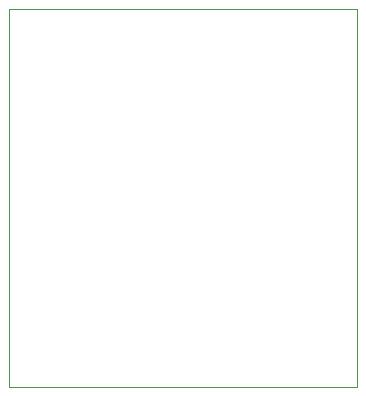
<source format=gbr>
G04 #@! TF.GenerationSoftware,KiCad,Pcbnew,9.0.2*
G04 #@! TF.CreationDate,2025-09-05T09:59:16+02:00*
G04 #@! TF.ProjectId,JtagArm20Adapter,4a746167-4172-46d3-9230-416461707465,rev?*
G04 #@! TF.SameCoordinates,Original*
G04 #@! TF.FileFunction,Profile,NP*
%FSLAX46Y46*%
G04 Gerber Fmt 4.6, Leading zero omitted, Abs format (unit mm)*
G04 Created by KiCad (PCBNEW 9.0.2) date 2025-09-05 09:59:16*
%MOMM*%
%LPD*%
G01*
G04 APERTURE LIST*
G04 #@! TA.AperFunction,Profile*
%ADD10C,0.050000*%
G04 #@! TD*
G04 APERTURE END LIST*
D10*
X137500000Y-78000000D02*
X167000000Y-78000000D01*
X167000000Y-110000000D01*
X137500000Y-110000000D01*
X137500000Y-78000000D01*
M02*

</source>
